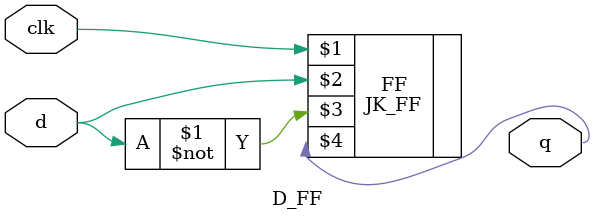
<source format=v>
`timescale 1ns / 1ps

// Author      : Venu Pabbuleti 
// ID          : N180116
//Branch       : ECE
//Project Name : RTL design using Verilog
//Design  Name : D FLIP FLOP USING JK FLIP FLOP --> JK TO D FF CONVERSION
//Module  Name : JK_FF
//RGUKT NUZVID 
//////////////////////////////////////////////////////////////////////////////////



module D_FF(clk,d,q);
input clk,d;
output q;
JK_FF FF(clk,d,~d,q);
endmodule

</source>
